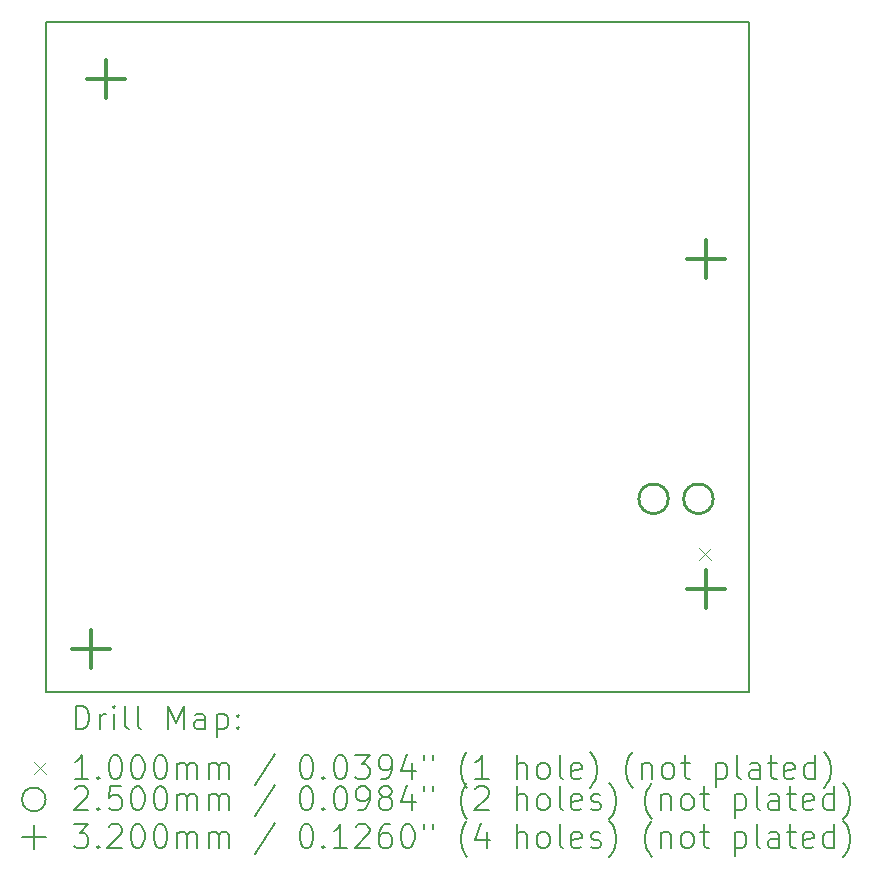
<source format=gbr>
%TF.GenerationSoftware,KiCad,Pcbnew,(6.0.7)*%
%TF.CreationDate,2023-02-07T21:04:06+01:00*%
%TF.ProjectId,002 ardu ino shield,30303220-6172-4647-9520-696e6f207368,rev?*%
%TF.SameCoordinates,Original*%
%TF.FileFunction,Drillmap*%
%TF.FilePolarity,Positive*%
%FSLAX45Y45*%
G04 Gerber Fmt 4.5, Leading zero omitted, Abs format (unit mm)*
G04 Created by KiCad (PCBNEW (6.0.7)) date 2023-02-07 21:04:06*
%MOMM*%
%LPD*%
G01*
G04 APERTURE LIST*
%ADD10C,0.150000*%
%ADD11C,0.200000*%
%ADD12C,0.100000*%
%ADD13C,0.250000*%
%ADD14C,0.320000*%
G04 APERTURE END LIST*
D10*
X11020000Y-10110000D02*
X16970000Y-10110000D01*
X11020000Y-10110000D02*
X11020000Y-4440000D01*
X16970000Y-10110000D02*
X16970000Y-4440000D01*
X11020000Y-4440000D02*
X16970000Y-4440000D01*
D11*
D12*
X16545000Y-8891000D02*
X16645000Y-8991000D01*
X16645000Y-8891000D02*
X16545000Y-8991000D01*
D13*
X16285000Y-8476000D02*
G75*
G03*
X16285000Y-8476000I-125000J0D01*
G01*
X16665000Y-8476000D02*
G75*
G03*
X16665000Y-8476000I-125000J0D01*
G01*
D14*
X11397000Y-9586000D02*
X11397000Y-9906000D01*
X11237000Y-9746000D02*
X11557000Y-9746000D01*
X11524000Y-4760000D02*
X11524000Y-5080000D01*
X11364000Y-4920000D02*
X11684000Y-4920000D01*
X16604000Y-6284000D02*
X16604000Y-6604000D01*
X16444000Y-6444000D02*
X16764000Y-6444000D01*
X16604000Y-9078000D02*
X16604000Y-9398000D01*
X16444000Y-9238000D02*
X16764000Y-9238000D01*
D11*
X11270119Y-10427976D02*
X11270119Y-10227976D01*
X11317738Y-10227976D01*
X11346309Y-10237500D01*
X11365357Y-10256548D01*
X11374881Y-10275595D01*
X11384405Y-10313690D01*
X11384405Y-10342262D01*
X11374881Y-10380357D01*
X11365357Y-10399405D01*
X11346309Y-10418452D01*
X11317738Y-10427976D01*
X11270119Y-10427976D01*
X11470119Y-10427976D02*
X11470119Y-10294643D01*
X11470119Y-10332738D02*
X11479643Y-10313690D01*
X11489167Y-10304167D01*
X11508214Y-10294643D01*
X11527262Y-10294643D01*
X11593928Y-10427976D02*
X11593928Y-10294643D01*
X11593928Y-10227976D02*
X11584405Y-10237500D01*
X11593928Y-10247024D01*
X11603452Y-10237500D01*
X11593928Y-10227976D01*
X11593928Y-10247024D01*
X11717738Y-10427976D02*
X11698690Y-10418452D01*
X11689167Y-10399405D01*
X11689167Y-10227976D01*
X11822500Y-10427976D02*
X11803452Y-10418452D01*
X11793928Y-10399405D01*
X11793928Y-10227976D01*
X12051071Y-10427976D02*
X12051071Y-10227976D01*
X12117738Y-10370833D01*
X12184405Y-10227976D01*
X12184405Y-10427976D01*
X12365357Y-10427976D02*
X12365357Y-10323214D01*
X12355833Y-10304167D01*
X12336786Y-10294643D01*
X12298690Y-10294643D01*
X12279643Y-10304167D01*
X12365357Y-10418452D02*
X12346309Y-10427976D01*
X12298690Y-10427976D01*
X12279643Y-10418452D01*
X12270119Y-10399405D01*
X12270119Y-10380357D01*
X12279643Y-10361310D01*
X12298690Y-10351786D01*
X12346309Y-10351786D01*
X12365357Y-10342262D01*
X12460595Y-10294643D02*
X12460595Y-10494643D01*
X12460595Y-10304167D02*
X12479643Y-10294643D01*
X12517738Y-10294643D01*
X12536786Y-10304167D01*
X12546309Y-10313690D01*
X12555833Y-10332738D01*
X12555833Y-10389881D01*
X12546309Y-10408929D01*
X12536786Y-10418452D01*
X12517738Y-10427976D01*
X12479643Y-10427976D01*
X12460595Y-10418452D01*
X12641548Y-10408929D02*
X12651071Y-10418452D01*
X12641548Y-10427976D01*
X12632024Y-10418452D01*
X12641548Y-10408929D01*
X12641548Y-10427976D01*
X12641548Y-10304167D02*
X12651071Y-10313690D01*
X12641548Y-10323214D01*
X12632024Y-10313690D01*
X12641548Y-10304167D01*
X12641548Y-10323214D01*
D12*
X10912500Y-10707500D02*
X11012500Y-10807500D01*
X11012500Y-10707500D02*
X10912500Y-10807500D01*
D11*
X11374881Y-10847976D02*
X11260595Y-10847976D01*
X11317738Y-10847976D02*
X11317738Y-10647976D01*
X11298690Y-10676548D01*
X11279643Y-10695595D01*
X11260595Y-10705119D01*
X11460595Y-10828929D02*
X11470119Y-10838452D01*
X11460595Y-10847976D01*
X11451071Y-10838452D01*
X11460595Y-10828929D01*
X11460595Y-10847976D01*
X11593928Y-10647976D02*
X11612976Y-10647976D01*
X11632024Y-10657500D01*
X11641548Y-10667024D01*
X11651071Y-10686071D01*
X11660595Y-10724167D01*
X11660595Y-10771786D01*
X11651071Y-10809881D01*
X11641548Y-10828929D01*
X11632024Y-10838452D01*
X11612976Y-10847976D01*
X11593928Y-10847976D01*
X11574881Y-10838452D01*
X11565357Y-10828929D01*
X11555833Y-10809881D01*
X11546309Y-10771786D01*
X11546309Y-10724167D01*
X11555833Y-10686071D01*
X11565357Y-10667024D01*
X11574881Y-10657500D01*
X11593928Y-10647976D01*
X11784405Y-10647976D02*
X11803452Y-10647976D01*
X11822500Y-10657500D01*
X11832024Y-10667024D01*
X11841548Y-10686071D01*
X11851071Y-10724167D01*
X11851071Y-10771786D01*
X11841548Y-10809881D01*
X11832024Y-10828929D01*
X11822500Y-10838452D01*
X11803452Y-10847976D01*
X11784405Y-10847976D01*
X11765357Y-10838452D01*
X11755833Y-10828929D01*
X11746309Y-10809881D01*
X11736786Y-10771786D01*
X11736786Y-10724167D01*
X11746309Y-10686071D01*
X11755833Y-10667024D01*
X11765357Y-10657500D01*
X11784405Y-10647976D01*
X11974881Y-10647976D02*
X11993928Y-10647976D01*
X12012976Y-10657500D01*
X12022500Y-10667024D01*
X12032024Y-10686071D01*
X12041548Y-10724167D01*
X12041548Y-10771786D01*
X12032024Y-10809881D01*
X12022500Y-10828929D01*
X12012976Y-10838452D01*
X11993928Y-10847976D01*
X11974881Y-10847976D01*
X11955833Y-10838452D01*
X11946309Y-10828929D01*
X11936786Y-10809881D01*
X11927262Y-10771786D01*
X11927262Y-10724167D01*
X11936786Y-10686071D01*
X11946309Y-10667024D01*
X11955833Y-10657500D01*
X11974881Y-10647976D01*
X12127262Y-10847976D02*
X12127262Y-10714643D01*
X12127262Y-10733690D02*
X12136786Y-10724167D01*
X12155833Y-10714643D01*
X12184405Y-10714643D01*
X12203452Y-10724167D01*
X12212976Y-10743214D01*
X12212976Y-10847976D01*
X12212976Y-10743214D02*
X12222500Y-10724167D01*
X12241548Y-10714643D01*
X12270119Y-10714643D01*
X12289167Y-10724167D01*
X12298690Y-10743214D01*
X12298690Y-10847976D01*
X12393928Y-10847976D02*
X12393928Y-10714643D01*
X12393928Y-10733690D02*
X12403452Y-10724167D01*
X12422500Y-10714643D01*
X12451071Y-10714643D01*
X12470119Y-10724167D01*
X12479643Y-10743214D01*
X12479643Y-10847976D01*
X12479643Y-10743214D02*
X12489167Y-10724167D01*
X12508214Y-10714643D01*
X12536786Y-10714643D01*
X12555833Y-10724167D01*
X12565357Y-10743214D01*
X12565357Y-10847976D01*
X12955833Y-10638452D02*
X12784405Y-10895595D01*
X13212976Y-10647976D02*
X13232024Y-10647976D01*
X13251071Y-10657500D01*
X13260595Y-10667024D01*
X13270119Y-10686071D01*
X13279643Y-10724167D01*
X13279643Y-10771786D01*
X13270119Y-10809881D01*
X13260595Y-10828929D01*
X13251071Y-10838452D01*
X13232024Y-10847976D01*
X13212976Y-10847976D01*
X13193928Y-10838452D01*
X13184405Y-10828929D01*
X13174881Y-10809881D01*
X13165357Y-10771786D01*
X13165357Y-10724167D01*
X13174881Y-10686071D01*
X13184405Y-10667024D01*
X13193928Y-10657500D01*
X13212976Y-10647976D01*
X13365357Y-10828929D02*
X13374881Y-10838452D01*
X13365357Y-10847976D01*
X13355833Y-10838452D01*
X13365357Y-10828929D01*
X13365357Y-10847976D01*
X13498690Y-10647976D02*
X13517738Y-10647976D01*
X13536786Y-10657500D01*
X13546309Y-10667024D01*
X13555833Y-10686071D01*
X13565357Y-10724167D01*
X13565357Y-10771786D01*
X13555833Y-10809881D01*
X13546309Y-10828929D01*
X13536786Y-10838452D01*
X13517738Y-10847976D01*
X13498690Y-10847976D01*
X13479643Y-10838452D01*
X13470119Y-10828929D01*
X13460595Y-10809881D01*
X13451071Y-10771786D01*
X13451071Y-10724167D01*
X13460595Y-10686071D01*
X13470119Y-10667024D01*
X13479643Y-10657500D01*
X13498690Y-10647976D01*
X13632024Y-10647976D02*
X13755833Y-10647976D01*
X13689167Y-10724167D01*
X13717738Y-10724167D01*
X13736786Y-10733690D01*
X13746309Y-10743214D01*
X13755833Y-10762262D01*
X13755833Y-10809881D01*
X13746309Y-10828929D01*
X13736786Y-10838452D01*
X13717738Y-10847976D01*
X13660595Y-10847976D01*
X13641548Y-10838452D01*
X13632024Y-10828929D01*
X13851071Y-10847976D02*
X13889167Y-10847976D01*
X13908214Y-10838452D01*
X13917738Y-10828929D01*
X13936786Y-10800357D01*
X13946309Y-10762262D01*
X13946309Y-10686071D01*
X13936786Y-10667024D01*
X13927262Y-10657500D01*
X13908214Y-10647976D01*
X13870119Y-10647976D01*
X13851071Y-10657500D01*
X13841548Y-10667024D01*
X13832024Y-10686071D01*
X13832024Y-10733690D01*
X13841548Y-10752738D01*
X13851071Y-10762262D01*
X13870119Y-10771786D01*
X13908214Y-10771786D01*
X13927262Y-10762262D01*
X13936786Y-10752738D01*
X13946309Y-10733690D01*
X14117738Y-10714643D02*
X14117738Y-10847976D01*
X14070119Y-10638452D02*
X14022500Y-10781310D01*
X14146309Y-10781310D01*
X14212976Y-10647976D02*
X14212976Y-10686071D01*
X14289167Y-10647976D02*
X14289167Y-10686071D01*
X14584405Y-10924167D02*
X14574881Y-10914643D01*
X14555833Y-10886071D01*
X14546309Y-10867024D01*
X14536786Y-10838452D01*
X14527262Y-10790833D01*
X14527262Y-10752738D01*
X14536786Y-10705119D01*
X14546309Y-10676548D01*
X14555833Y-10657500D01*
X14574881Y-10628929D01*
X14584405Y-10619405D01*
X14765357Y-10847976D02*
X14651071Y-10847976D01*
X14708214Y-10847976D02*
X14708214Y-10647976D01*
X14689167Y-10676548D01*
X14670119Y-10695595D01*
X14651071Y-10705119D01*
X15003452Y-10847976D02*
X15003452Y-10647976D01*
X15089167Y-10847976D02*
X15089167Y-10743214D01*
X15079643Y-10724167D01*
X15060595Y-10714643D01*
X15032024Y-10714643D01*
X15012976Y-10724167D01*
X15003452Y-10733690D01*
X15212976Y-10847976D02*
X15193928Y-10838452D01*
X15184405Y-10828929D01*
X15174881Y-10809881D01*
X15174881Y-10752738D01*
X15184405Y-10733690D01*
X15193928Y-10724167D01*
X15212976Y-10714643D01*
X15241548Y-10714643D01*
X15260595Y-10724167D01*
X15270119Y-10733690D01*
X15279643Y-10752738D01*
X15279643Y-10809881D01*
X15270119Y-10828929D01*
X15260595Y-10838452D01*
X15241548Y-10847976D01*
X15212976Y-10847976D01*
X15393928Y-10847976D02*
X15374881Y-10838452D01*
X15365357Y-10819405D01*
X15365357Y-10647976D01*
X15546309Y-10838452D02*
X15527262Y-10847976D01*
X15489167Y-10847976D01*
X15470119Y-10838452D01*
X15460595Y-10819405D01*
X15460595Y-10743214D01*
X15470119Y-10724167D01*
X15489167Y-10714643D01*
X15527262Y-10714643D01*
X15546309Y-10724167D01*
X15555833Y-10743214D01*
X15555833Y-10762262D01*
X15460595Y-10781310D01*
X15622500Y-10924167D02*
X15632024Y-10914643D01*
X15651071Y-10886071D01*
X15660595Y-10867024D01*
X15670119Y-10838452D01*
X15679643Y-10790833D01*
X15679643Y-10752738D01*
X15670119Y-10705119D01*
X15660595Y-10676548D01*
X15651071Y-10657500D01*
X15632024Y-10628929D01*
X15622500Y-10619405D01*
X15984405Y-10924167D02*
X15974881Y-10914643D01*
X15955833Y-10886071D01*
X15946309Y-10867024D01*
X15936786Y-10838452D01*
X15927262Y-10790833D01*
X15927262Y-10752738D01*
X15936786Y-10705119D01*
X15946309Y-10676548D01*
X15955833Y-10657500D01*
X15974881Y-10628929D01*
X15984405Y-10619405D01*
X16060595Y-10714643D02*
X16060595Y-10847976D01*
X16060595Y-10733690D02*
X16070119Y-10724167D01*
X16089167Y-10714643D01*
X16117738Y-10714643D01*
X16136786Y-10724167D01*
X16146309Y-10743214D01*
X16146309Y-10847976D01*
X16270119Y-10847976D02*
X16251071Y-10838452D01*
X16241548Y-10828929D01*
X16232024Y-10809881D01*
X16232024Y-10752738D01*
X16241548Y-10733690D01*
X16251071Y-10724167D01*
X16270119Y-10714643D01*
X16298690Y-10714643D01*
X16317738Y-10724167D01*
X16327262Y-10733690D01*
X16336786Y-10752738D01*
X16336786Y-10809881D01*
X16327262Y-10828929D01*
X16317738Y-10838452D01*
X16298690Y-10847976D01*
X16270119Y-10847976D01*
X16393928Y-10714643D02*
X16470119Y-10714643D01*
X16422500Y-10647976D02*
X16422500Y-10819405D01*
X16432024Y-10838452D01*
X16451071Y-10847976D01*
X16470119Y-10847976D01*
X16689167Y-10714643D02*
X16689167Y-10914643D01*
X16689167Y-10724167D02*
X16708214Y-10714643D01*
X16746309Y-10714643D01*
X16765357Y-10724167D01*
X16774881Y-10733690D01*
X16784405Y-10752738D01*
X16784405Y-10809881D01*
X16774881Y-10828929D01*
X16765357Y-10838452D01*
X16746309Y-10847976D01*
X16708214Y-10847976D01*
X16689167Y-10838452D01*
X16898690Y-10847976D02*
X16879643Y-10838452D01*
X16870119Y-10819405D01*
X16870119Y-10647976D01*
X17060595Y-10847976D02*
X17060595Y-10743214D01*
X17051071Y-10724167D01*
X17032024Y-10714643D01*
X16993929Y-10714643D01*
X16974881Y-10724167D01*
X17060595Y-10838452D02*
X17041548Y-10847976D01*
X16993929Y-10847976D01*
X16974881Y-10838452D01*
X16965357Y-10819405D01*
X16965357Y-10800357D01*
X16974881Y-10781310D01*
X16993929Y-10771786D01*
X17041548Y-10771786D01*
X17060595Y-10762262D01*
X17127262Y-10714643D02*
X17203452Y-10714643D01*
X17155833Y-10647976D02*
X17155833Y-10819405D01*
X17165357Y-10838452D01*
X17184405Y-10847976D01*
X17203452Y-10847976D01*
X17346310Y-10838452D02*
X17327262Y-10847976D01*
X17289167Y-10847976D01*
X17270119Y-10838452D01*
X17260595Y-10819405D01*
X17260595Y-10743214D01*
X17270119Y-10724167D01*
X17289167Y-10714643D01*
X17327262Y-10714643D01*
X17346310Y-10724167D01*
X17355833Y-10743214D01*
X17355833Y-10762262D01*
X17260595Y-10781310D01*
X17527262Y-10847976D02*
X17527262Y-10647976D01*
X17527262Y-10838452D02*
X17508214Y-10847976D01*
X17470119Y-10847976D01*
X17451071Y-10838452D01*
X17441548Y-10828929D01*
X17432024Y-10809881D01*
X17432024Y-10752738D01*
X17441548Y-10733690D01*
X17451071Y-10724167D01*
X17470119Y-10714643D01*
X17508214Y-10714643D01*
X17527262Y-10724167D01*
X17603452Y-10924167D02*
X17612976Y-10914643D01*
X17632024Y-10886071D01*
X17641548Y-10867024D01*
X17651071Y-10838452D01*
X17660595Y-10790833D01*
X17660595Y-10752738D01*
X17651071Y-10705119D01*
X17641548Y-10676548D01*
X17632024Y-10657500D01*
X17612976Y-10628929D01*
X17603452Y-10619405D01*
X11012500Y-11021500D02*
G75*
G03*
X11012500Y-11021500I-100000J0D01*
G01*
X11260595Y-10931024D02*
X11270119Y-10921500D01*
X11289167Y-10911976D01*
X11336786Y-10911976D01*
X11355833Y-10921500D01*
X11365357Y-10931024D01*
X11374881Y-10950071D01*
X11374881Y-10969119D01*
X11365357Y-10997690D01*
X11251071Y-11111976D01*
X11374881Y-11111976D01*
X11460595Y-11092929D02*
X11470119Y-11102452D01*
X11460595Y-11111976D01*
X11451071Y-11102452D01*
X11460595Y-11092929D01*
X11460595Y-11111976D01*
X11651071Y-10911976D02*
X11555833Y-10911976D01*
X11546309Y-11007214D01*
X11555833Y-10997690D01*
X11574881Y-10988167D01*
X11622500Y-10988167D01*
X11641548Y-10997690D01*
X11651071Y-11007214D01*
X11660595Y-11026262D01*
X11660595Y-11073881D01*
X11651071Y-11092929D01*
X11641548Y-11102452D01*
X11622500Y-11111976D01*
X11574881Y-11111976D01*
X11555833Y-11102452D01*
X11546309Y-11092929D01*
X11784405Y-10911976D02*
X11803452Y-10911976D01*
X11822500Y-10921500D01*
X11832024Y-10931024D01*
X11841548Y-10950071D01*
X11851071Y-10988167D01*
X11851071Y-11035786D01*
X11841548Y-11073881D01*
X11832024Y-11092929D01*
X11822500Y-11102452D01*
X11803452Y-11111976D01*
X11784405Y-11111976D01*
X11765357Y-11102452D01*
X11755833Y-11092929D01*
X11746309Y-11073881D01*
X11736786Y-11035786D01*
X11736786Y-10988167D01*
X11746309Y-10950071D01*
X11755833Y-10931024D01*
X11765357Y-10921500D01*
X11784405Y-10911976D01*
X11974881Y-10911976D02*
X11993928Y-10911976D01*
X12012976Y-10921500D01*
X12022500Y-10931024D01*
X12032024Y-10950071D01*
X12041548Y-10988167D01*
X12041548Y-11035786D01*
X12032024Y-11073881D01*
X12022500Y-11092929D01*
X12012976Y-11102452D01*
X11993928Y-11111976D01*
X11974881Y-11111976D01*
X11955833Y-11102452D01*
X11946309Y-11092929D01*
X11936786Y-11073881D01*
X11927262Y-11035786D01*
X11927262Y-10988167D01*
X11936786Y-10950071D01*
X11946309Y-10931024D01*
X11955833Y-10921500D01*
X11974881Y-10911976D01*
X12127262Y-11111976D02*
X12127262Y-10978643D01*
X12127262Y-10997690D02*
X12136786Y-10988167D01*
X12155833Y-10978643D01*
X12184405Y-10978643D01*
X12203452Y-10988167D01*
X12212976Y-11007214D01*
X12212976Y-11111976D01*
X12212976Y-11007214D02*
X12222500Y-10988167D01*
X12241548Y-10978643D01*
X12270119Y-10978643D01*
X12289167Y-10988167D01*
X12298690Y-11007214D01*
X12298690Y-11111976D01*
X12393928Y-11111976D02*
X12393928Y-10978643D01*
X12393928Y-10997690D02*
X12403452Y-10988167D01*
X12422500Y-10978643D01*
X12451071Y-10978643D01*
X12470119Y-10988167D01*
X12479643Y-11007214D01*
X12479643Y-11111976D01*
X12479643Y-11007214D02*
X12489167Y-10988167D01*
X12508214Y-10978643D01*
X12536786Y-10978643D01*
X12555833Y-10988167D01*
X12565357Y-11007214D01*
X12565357Y-11111976D01*
X12955833Y-10902452D02*
X12784405Y-11159595D01*
X13212976Y-10911976D02*
X13232024Y-10911976D01*
X13251071Y-10921500D01*
X13260595Y-10931024D01*
X13270119Y-10950071D01*
X13279643Y-10988167D01*
X13279643Y-11035786D01*
X13270119Y-11073881D01*
X13260595Y-11092929D01*
X13251071Y-11102452D01*
X13232024Y-11111976D01*
X13212976Y-11111976D01*
X13193928Y-11102452D01*
X13184405Y-11092929D01*
X13174881Y-11073881D01*
X13165357Y-11035786D01*
X13165357Y-10988167D01*
X13174881Y-10950071D01*
X13184405Y-10931024D01*
X13193928Y-10921500D01*
X13212976Y-10911976D01*
X13365357Y-11092929D02*
X13374881Y-11102452D01*
X13365357Y-11111976D01*
X13355833Y-11102452D01*
X13365357Y-11092929D01*
X13365357Y-11111976D01*
X13498690Y-10911976D02*
X13517738Y-10911976D01*
X13536786Y-10921500D01*
X13546309Y-10931024D01*
X13555833Y-10950071D01*
X13565357Y-10988167D01*
X13565357Y-11035786D01*
X13555833Y-11073881D01*
X13546309Y-11092929D01*
X13536786Y-11102452D01*
X13517738Y-11111976D01*
X13498690Y-11111976D01*
X13479643Y-11102452D01*
X13470119Y-11092929D01*
X13460595Y-11073881D01*
X13451071Y-11035786D01*
X13451071Y-10988167D01*
X13460595Y-10950071D01*
X13470119Y-10931024D01*
X13479643Y-10921500D01*
X13498690Y-10911976D01*
X13660595Y-11111976D02*
X13698690Y-11111976D01*
X13717738Y-11102452D01*
X13727262Y-11092929D01*
X13746309Y-11064357D01*
X13755833Y-11026262D01*
X13755833Y-10950071D01*
X13746309Y-10931024D01*
X13736786Y-10921500D01*
X13717738Y-10911976D01*
X13679643Y-10911976D01*
X13660595Y-10921500D01*
X13651071Y-10931024D01*
X13641548Y-10950071D01*
X13641548Y-10997690D01*
X13651071Y-11016738D01*
X13660595Y-11026262D01*
X13679643Y-11035786D01*
X13717738Y-11035786D01*
X13736786Y-11026262D01*
X13746309Y-11016738D01*
X13755833Y-10997690D01*
X13870119Y-10997690D02*
X13851071Y-10988167D01*
X13841548Y-10978643D01*
X13832024Y-10959595D01*
X13832024Y-10950071D01*
X13841548Y-10931024D01*
X13851071Y-10921500D01*
X13870119Y-10911976D01*
X13908214Y-10911976D01*
X13927262Y-10921500D01*
X13936786Y-10931024D01*
X13946309Y-10950071D01*
X13946309Y-10959595D01*
X13936786Y-10978643D01*
X13927262Y-10988167D01*
X13908214Y-10997690D01*
X13870119Y-10997690D01*
X13851071Y-11007214D01*
X13841548Y-11016738D01*
X13832024Y-11035786D01*
X13832024Y-11073881D01*
X13841548Y-11092929D01*
X13851071Y-11102452D01*
X13870119Y-11111976D01*
X13908214Y-11111976D01*
X13927262Y-11102452D01*
X13936786Y-11092929D01*
X13946309Y-11073881D01*
X13946309Y-11035786D01*
X13936786Y-11016738D01*
X13927262Y-11007214D01*
X13908214Y-10997690D01*
X14117738Y-10978643D02*
X14117738Y-11111976D01*
X14070119Y-10902452D02*
X14022500Y-11045310D01*
X14146309Y-11045310D01*
X14212976Y-10911976D02*
X14212976Y-10950071D01*
X14289167Y-10911976D02*
X14289167Y-10950071D01*
X14584405Y-11188167D02*
X14574881Y-11178643D01*
X14555833Y-11150071D01*
X14546309Y-11131024D01*
X14536786Y-11102452D01*
X14527262Y-11054833D01*
X14527262Y-11016738D01*
X14536786Y-10969119D01*
X14546309Y-10940548D01*
X14555833Y-10921500D01*
X14574881Y-10892929D01*
X14584405Y-10883405D01*
X14651071Y-10931024D02*
X14660595Y-10921500D01*
X14679643Y-10911976D01*
X14727262Y-10911976D01*
X14746309Y-10921500D01*
X14755833Y-10931024D01*
X14765357Y-10950071D01*
X14765357Y-10969119D01*
X14755833Y-10997690D01*
X14641548Y-11111976D01*
X14765357Y-11111976D01*
X15003452Y-11111976D02*
X15003452Y-10911976D01*
X15089167Y-11111976D02*
X15089167Y-11007214D01*
X15079643Y-10988167D01*
X15060595Y-10978643D01*
X15032024Y-10978643D01*
X15012976Y-10988167D01*
X15003452Y-10997690D01*
X15212976Y-11111976D02*
X15193928Y-11102452D01*
X15184405Y-11092929D01*
X15174881Y-11073881D01*
X15174881Y-11016738D01*
X15184405Y-10997690D01*
X15193928Y-10988167D01*
X15212976Y-10978643D01*
X15241548Y-10978643D01*
X15260595Y-10988167D01*
X15270119Y-10997690D01*
X15279643Y-11016738D01*
X15279643Y-11073881D01*
X15270119Y-11092929D01*
X15260595Y-11102452D01*
X15241548Y-11111976D01*
X15212976Y-11111976D01*
X15393928Y-11111976D02*
X15374881Y-11102452D01*
X15365357Y-11083405D01*
X15365357Y-10911976D01*
X15546309Y-11102452D02*
X15527262Y-11111976D01*
X15489167Y-11111976D01*
X15470119Y-11102452D01*
X15460595Y-11083405D01*
X15460595Y-11007214D01*
X15470119Y-10988167D01*
X15489167Y-10978643D01*
X15527262Y-10978643D01*
X15546309Y-10988167D01*
X15555833Y-11007214D01*
X15555833Y-11026262D01*
X15460595Y-11045310D01*
X15632024Y-11102452D02*
X15651071Y-11111976D01*
X15689167Y-11111976D01*
X15708214Y-11102452D01*
X15717738Y-11083405D01*
X15717738Y-11073881D01*
X15708214Y-11054833D01*
X15689167Y-11045310D01*
X15660595Y-11045310D01*
X15641548Y-11035786D01*
X15632024Y-11016738D01*
X15632024Y-11007214D01*
X15641548Y-10988167D01*
X15660595Y-10978643D01*
X15689167Y-10978643D01*
X15708214Y-10988167D01*
X15784405Y-11188167D02*
X15793928Y-11178643D01*
X15812976Y-11150071D01*
X15822500Y-11131024D01*
X15832024Y-11102452D01*
X15841548Y-11054833D01*
X15841548Y-11016738D01*
X15832024Y-10969119D01*
X15822500Y-10940548D01*
X15812976Y-10921500D01*
X15793928Y-10892929D01*
X15784405Y-10883405D01*
X16146309Y-11188167D02*
X16136786Y-11178643D01*
X16117738Y-11150071D01*
X16108214Y-11131024D01*
X16098690Y-11102452D01*
X16089167Y-11054833D01*
X16089167Y-11016738D01*
X16098690Y-10969119D01*
X16108214Y-10940548D01*
X16117738Y-10921500D01*
X16136786Y-10892929D01*
X16146309Y-10883405D01*
X16222500Y-10978643D02*
X16222500Y-11111976D01*
X16222500Y-10997690D02*
X16232024Y-10988167D01*
X16251071Y-10978643D01*
X16279643Y-10978643D01*
X16298690Y-10988167D01*
X16308214Y-11007214D01*
X16308214Y-11111976D01*
X16432024Y-11111976D02*
X16412976Y-11102452D01*
X16403452Y-11092929D01*
X16393928Y-11073881D01*
X16393928Y-11016738D01*
X16403452Y-10997690D01*
X16412976Y-10988167D01*
X16432024Y-10978643D01*
X16460595Y-10978643D01*
X16479643Y-10988167D01*
X16489167Y-10997690D01*
X16498690Y-11016738D01*
X16498690Y-11073881D01*
X16489167Y-11092929D01*
X16479643Y-11102452D01*
X16460595Y-11111976D01*
X16432024Y-11111976D01*
X16555833Y-10978643D02*
X16632024Y-10978643D01*
X16584405Y-10911976D02*
X16584405Y-11083405D01*
X16593928Y-11102452D01*
X16612976Y-11111976D01*
X16632024Y-11111976D01*
X16851071Y-10978643D02*
X16851071Y-11178643D01*
X16851071Y-10988167D02*
X16870119Y-10978643D01*
X16908214Y-10978643D01*
X16927262Y-10988167D01*
X16936786Y-10997690D01*
X16946310Y-11016738D01*
X16946310Y-11073881D01*
X16936786Y-11092929D01*
X16927262Y-11102452D01*
X16908214Y-11111976D01*
X16870119Y-11111976D01*
X16851071Y-11102452D01*
X17060595Y-11111976D02*
X17041548Y-11102452D01*
X17032024Y-11083405D01*
X17032024Y-10911976D01*
X17222500Y-11111976D02*
X17222500Y-11007214D01*
X17212976Y-10988167D01*
X17193929Y-10978643D01*
X17155833Y-10978643D01*
X17136786Y-10988167D01*
X17222500Y-11102452D02*
X17203452Y-11111976D01*
X17155833Y-11111976D01*
X17136786Y-11102452D01*
X17127262Y-11083405D01*
X17127262Y-11064357D01*
X17136786Y-11045310D01*
X17155833Y-11035786D01*
X17203452Y-11035786D01*
X17222500Y-11026262D01*
X17289167Y-10978643D02*
X17365357Y-10978643D01*
X17317738Y-10911976D02*
X17317738Y-11083405D01*
X17327262Y-11102452D01*
X17346310Y-11111976D01*
X17365357Y-11111976D01*
X17508214Y-11102452D02*
X17489167Y-11111976D01*
X17451071Y-11111976D01*
X17432024Y-11102452D01*
X17422500Y-11083405D01*
X17422500Y-11007214D01*
X17432024Y-10988167D01*
X17451071Y-10978643D01*
X17489167Y-10978643D01*
X17508214Y-10988167D01*
X17517738Y-11007214D01*
X17517738Y-11026262D01*
X17422500Y-11045310D01*
X17689167Y-11111976D02*
X17689167Y-10911976D01*
X17689167Y-11102452D02*
X17670119Y-11111976D01*
X17632024Y-11111976D01*
X17612976Y-11102452D01*
X17603452Y-11092929D01*
X17593929Y-11073881D01*
X17593929Y-11016738D01*
X17603452Y-10997690D01*
X17612976Y-10988167D01*
X17632024Y-10978643D01*
X17670119Y-10978643D01*
X17689167Y-10988167D01*
X17765357Y-11188167D02*
X17774881Y-11178643D01*
X17793929Y-11150071D01*
X17803452Y-11131024D01*
X17812976Y-11102452D01*
X17822500Y-11054833D01*
X17822500Y-11016738D01*
X17812976Y-10969119D01*
X17803452Y-10940548D01*
X17793929Y-10921500D01*
X17774881Y-10892929D01*
X17765357Y-10883405D01*
X10912500Y-11241500D02*
X10912500Y-11441500D01*
X10812500Y-11341500D02*
X11012500Y-11341500D01*
X11251071Y-11231976D02*
X11374881Y-11231976D01*
X11308214Y-11308167D01*
X11336786Y-11308167D01*
X11355833Y-11317690D01*
X11365357Y-11327214D01*
X11374881Y-11346262D01*
X11374881Y-11393881D01*
X11365357Y-11412928D01*
X11355833Y-11422452D01*
X11336786Y-11431976D01*
X11279643Y-11431976D01*
X11260595Y-11422452D01*
X11251071Y-11412928D01*
X11460595Y-11412928D02*
X11470119Y-11422452D01*
X11460595Y-11431976D01*
X11451071Y-11422452D01*
X11460595Y-11412928D01*
X11460595Y-11431976D01*
X11546309Y-11251024D02*
X11555833Y-11241500D01*
X11574881Y-11231976D01*
X11622500Y-11231976D01*
X11641548Y-11241500D01*
X11651071Y-11251024D01*
X11660595Y-11270071D01*
X11660595Y-11289119D01*
X11651071Y-11317690D01*
X11536786Y-11431976D01*
X11660595Y-11431976D01*
X11784405Y-11231976D02*
X11803452Y-11231976D01*
X11822500Y-11241500D01*
X11832024Y-11251024D01*
X11841548Y-11270071D01*
X11851071Y-11308167D01*
X11851071Y-11355786D01*
X11841548Y-11393881D01*
X11832024Y-11412928D01*
X11822500Y-11422452D01*
X11803452Y-11431976D01*
X11784405Y-11431976D01*
X11765357Y-11422452D01*
X11755833Y-11412928D01*
X11746309Y-11393881D01*
X11736786Y-11355786D01*
X11736786Y-11308167D01*
X11746309Y-11270071D01*
X11755833Y-11251024D01*
X11765357Y-11241500D01*
X11784405Y-11231976D01*
X11974881Y-11231976D02*
X11993928Y-11231976D01*
X12012976Y-11241500D01*
X12022500Y-11251024D01*
X12032024Y-11270071D01*
X12041548Y-11308167D01*
X12041548Y-11355786D01*
X12032024Y-11393881D01*
X12022500Y-11412928D01*
X12012976Y-11422452D01*
X11993928Y-11431976D01*
X11974881Y-11431976D01*
X11955833Y-11422452D01*
X11946309Y-11412928D01*
X11936786Y-11393881D01*
X11927262Y-11355786D01*
X11927262Y-11308167D01*
X11936786Y-11270071D01*
X11946309Y-11251024D01*
X11955833Y-11241500D01*
X11974881Y-11231976D01*
X12127262Y-11431976D02*
X12127262Y-11298643D01*
X12127262Y-11317690D02*
X12136786Y-11308167D01*
X12155833Y-11298643D01*
X12184405Y-11298643D01*
X12203452Y-11308167D01*
X12212976Y-11327214D01*
X12212976Y-11431976D01*
X12212976Y-11327214D02*
X12222500Y-11308167D01*
X12241548Y-11298643D01*
X12270119Y-11298643D01*
X12289167Y-11308167D01*
X12298690Y-11327214D01*
X12298690Y-11431976D01*
X12393928Y-11431976D02*
X12393928Y-11298643D01*
X12393928Y-11317690D02*
X12403452Y-11308167D01*
X12422500Y-11298643D01*
X12451071Y-11298643D01*
X12470119Y-11308167D01*
X12479643Y-11327214D01*
X12479643Y-11431976D01*
X12479643Y-11327214D02*
X12489167Y-11308167D01*
X12508214Y-11298643D01*
X12536786Y-11298643D01*
X12555833Y-11308167D01*
X12565357Y-11327214D01*
X12565357Y-11431976D01*
X12955833Y-11222452D02*
X12784405Y-11479595D01*
X13212976Y-11231976D02*
X13232024Y-11231976D01*
X13251071Y-11241500D01*
X13260595Y-11251024D01*
X13270119Y-11270071D01*
X13279643Y-11308167D01*
X13279643Y-11355786D01*
X13270119Y-11393881D01*
X13260595Y-11412928D01*
X13251071Y-11422452D01*
X13232024Y-11431976D01*
X13212976Y-11431976D01*
X13193928Y-11422452D01*
X13184405Y-11412928D01*
X13174881Y-11393881D01*
X13165357Y-11355786D01*
X13165357Y-11308167D01*
X13174881Y-11270071D01*
X13184405Y-11251024D01*
X13193928Y-11241500D01*
X13212976Y-11231976D01*
X13365357Y-11412928D02*
X13374881Y-11422452D01*
X13365357Y-11431976D01*
X13355833Y-11422452D01*
X13365357Y-11412928D01*
X13365357Y-11431976D01*
X13565357Y-11431976D02*
X13451071Y-11431976D01*
X13508214Y-11431976D02*
X13508214Y-11231976D01*
X13489167Y-11260548D01*
X13470119Y-11279595D01*
X13451071Y-11289119D01*
X13641548Y-11251024D02*
X13651071Y-11241500D01*
X13670119Y-11231976D01*
X13717738Y-11231976D01*
X13736786Y-11241500D01*
X13746309Y-11251024D01*
X13755833Y-11270071D01*
X13755833Y-11289119D01*
X13746309Y-11317690D01*
X13632024Y-11431976D01*
X13755833Y-11431976D01*
X13927262Y-11231976D02*
X13889167Y-11231976D01*
X13870119Y-11241500D01*
X13860595Y-11251024D01*
X13841548Y-11279595D01*
X13832024Y-11317690D01*
X13832024Y-11393881D01*
X13841548Y-11412928D01*
X13851071Y-11422452D01*
X13870119Y-11431976D01*
X13908214Y-11431976D01*
X13927262Y-11422452D01*
X13936786Y-11412928D01*
X13946309Y-11393881D01*
X13946309Y-11346262D01*
X13936786Y-11327214D01*
X13927262Y-11317690D01*
X13908214Y-11308167D01*
X13870119Y-11308167D01*
X13851071Y-11317690D01*
X13841548Y-11327214D01*
X13832024Y-11346262D01*
X14070119Y-11231976D02*
X14089167Y-11231976D01*
X14108214Y-11241500D01*
X14117738Y-11251024D01*
X14127262Y-11270071D01*
X14136786Y-11308167D01*
X14136786Y-11355786D01*
X14127262Y-11393881D01*
X14117738Y-11412928D01*
X14108214Y-11422452D01*
X14089167Y-11431976D01*
X14070119Y-11431976D01*
X14051071Y-11422452D01*
X14041548Y-11412928D01*
X14032024Y-11393881D01*
X14022500Y-11355786D01*
X14022500Y-11308167D01*
X14032024Y-11270071D01*
X14041548Y-11251024D01*
X14051071Y-11241500D01*
X14070119Y-11231976D01*
X14212976Y-11231976D02*
X14212976Y-11270071D01*
X14289167Y-11231976D02*
X14289167Y-11270071D01*
X14584405Y-11508167D02*
X14574881Y-11498643D01*
X14555833Y-11470071D01*
X14546309Y-11451024D01*
X14536786Y-11422452D01*
X14527262Y-11374833D01*
X14527262Y-11336738D01*
X14536786Y-11289119D01*
X14546309Y-11260548D01*
X14555833Y-11241500D01*
X14574881Y-11212928D01*
X14584405Y-11203405D01*
X14746309Y-11298643D02*
X14746309Y-11431976D01*
X14698690Y-11222452D02*
X14651071Y-11365309D01*
X14774881Y-11365309D01*
X15003452Y-11431976D02*
X15003452Y-11231976D01*
X15089167Y-11431976D02*
X15089167Y-11327214D01*
X15079643Y-11308167D01*
X15060595Y-11298643D01*
X15032024Y-11298643D01*
X15012976Y-11308167D01*
X15003452Y-11317690D01*
X15212976Y-11431976D02*
X15193928Y-11422452D01*
X15184405Y-11412928D01*
X15174881Y-11393881D01*
X15174881Y-11336738D01*
X15184405Y-11317690D01*
X15193928Y-11308167D01*
X15212976Y-11298643D01*
X15241548Y-11298643D01*
X15260595Y-11308167D01*
X15270119Y-11317690D01*
X15279643Y-11336738D01*
X15279643Y-11393881D01*
X15270119Y-11412928D01*
X15260595Y-11422452D01*
X15241548Y-11431976D01*
X15212976Y-11431976D01*
X15393928Y-11431976D02*
X15374881Y-11422452D01*
X15365357Y-11403405D01*
X15365357Y-11231976D01*
X15546309Y-11422452D02*
X15527262Y-11431976D01*
X15489167Y-11431976D01*
X15470119Y-11422452D01*
X15460595Y-11403405D01*
X15460595Y-11327214D01*
X15470119Y-11308167D01*
X15489167Y-11298643D01*
X15527262Y-11298643D01*
X15546309Y-11308167D01*
X15555833Y-11327214D01*
X15555833Y-11346262D01*
X15460595Y-11365309D01*
X15632024Y-11422452D02*
X15651071Y-11431976D01*
X15689167Y-11431976D01*
X15708214Y-11422452D01*
X15717738Y-11403405D01*
X15717738Y-11393881D01*
X15708214Y-11374833D01*
X15689167Y-11365309D01*
X15660595Y-11365309D01*
X15641548Y-11355786D01*
X15632024Y-11336738D01*
X15632024Y-11327214D01*
X15641548Y-11308167D01*
X15660595Y-11298643D01*
X15689167Y-11298643D01*
X15708214Y-11308167D01*
X15784405Y-11508167D02*
X15793928Y-11498643D01*
X15812976Y-11470071D01*
X15822500Y-11451024D01*
X15832024Y-11422452D01*
X15841548Y-11374833D01*
X15841548Y-11336738D01*
X15832024Y-11289119D01*
X15822500Y-11260548D01*
X15812976Y-11241500D01*
X15793928Y-11212928D01*
X15784405Y-11203405D01*
X16146309Y-11508167D02*
X16136786Y-11498643D01*
X16117738Y-11470071D01*
X16108214Y-11451024D01*
X16098690Y-11422452D01*
X16089167Y-11374833D01*
X16089167Y-11336738D01*
X16098690Y-11289119D01*
X16108214Y-11260548D01*
X16117738Y-11241500D01*
X16136786Y-11212928D01*
X16146309Y-11203405D01*
X16222500Y-11298643D02*
X16222500Y-11431976D01*
X16222500Y-11317690D02*
X16232024Y-11308167D01*
X16251071Y-11298643D01*
X16279643Y-11298643D01*
X16298690Y-11308167D01*
X16308214Y-11327214D01*
X16308214Y-11431976D01*
X16432024Y-11431976D02*
X16412976Y-11422452D01*
X16403452Y-11412928D01*
X16393928Y-11393881D01*
X16393928Y-11336738D01*
X16403452Y-11317690D01*
X16412976Y-11308167D01*
X16432024Y-11298643D01*
X16460595Y-11298643D01*
X16479643Y-11308167D01*
X16489167Y-11317690D01*
X16498690Y-11336738D01*
X16498690Y-11393881D01*
X16489167Y-11412928D01*
X16479643Y-11422452D01*
X16460595Y-11431976D01*
X16432024Y-11431976D01*
X16555833Y-11298643D02*
X16632024Y-11298643D01*
X16584405Y-11231976D02*
X16584405Y-11403405D01*
X16593928Y-11422452D01*
X16612976Y-11431976D01*
X16632024Y-11431976D01*
X16851071Y-11298643D02*
X16851071Y-11498643D01*
X16851071Y-11308167D02*
X16870119Y-11298643D01*
X16908214Y-11298643D01*
X16927262Y-11308167D01*
X16936786Y-11317690D01*
X16946310Y-11336738D01*
X16946310Y-11393881D01*
X16936786Y-11412928D01*
X16927262Y-11422452D01*
X16908214Y-11431976D01*
X16870119Y-11431976D01*
X16851071Y-11422452D01*
X17060595Y-11431976D02*
X17041548Y-11422452D01*
X17032024Y-11403405D01*
X17032024Y-11231976D01*
X17222500Y-11431976D02*
X17222500Y-11327214D01*
X17212976Y-11308167D01*
X17193929Y-11298643D01*
X17155833Y-11298643D01*
X17136786Y-11308167D01*
X17222500Y-11422452D02*
X17203452Y-11431976D01*
X17155833Y-11431976D01*
X17136786Y-11422452D01*
X17127262Y-11403405D01*
X17127262Y-11384357D01*
X17136786Y-11365309D01*
X17155833Y-11355786D01*
X17203452Y-11355786D01*
X17222500Y-11346262D01*
X17289167Y-11298643D02*
X17365357Y-11298643D01*
X17317738Y-11231976D02*
X17317738Y-11403405D01*
X17327262Y-11422452D01*
X17346310Y-11431976D01*
X17365357Y-11431976D01*
X17508214Y-11422452D02*
X17489167Y-11431976D01*
X17451071Y-11431976D01*
X17432024Y-11422452D01*
X17422500Y-11403405D01*
X17422500Y-11327214D01*
X17432024Y-11308167D01*
X17451071Y-11298643D01*
X17489167Y-11298643D01*
X17508214Y-11308167D01*
X17517738Y-11327214D01*
X17517738Y-11346262D01*
X17422500Y-11365309D01*
X17689167Y-11431976D02*
X17689167Y-11231976D01*
X17689167Y-11422452D02*
X17670119Y-11431976D01*
X17632024Y-11431976D01*
X17612976Y-11422452D01*
X17603452Y-11412928D01*
X17593929Y-11393881D01*
X17593929Y-11336738D01*
X17603452Y-11317690D01*
X17612976Y-11308167D01*
X17632024Y-11298643D01*
X17670119Y-11298643D01*
X17689167Y-11308167D01*
X17765357Y-11508167D02*
X17774881Y-11498643D01*
X17793929Y-11470071D01*
X17803452Y-11451024D01*
X17812976Y-11422452D01*
X17822500Y-11374833D01*
X17822500Y-11336738D01*
X17812976Y-11289119D01*
X17803452Y-11260548D01*
X17793929Y-11241500D01*
X17774881Y-11212928D01*
X17765357Y-11203405D01*
M02*

</source>
